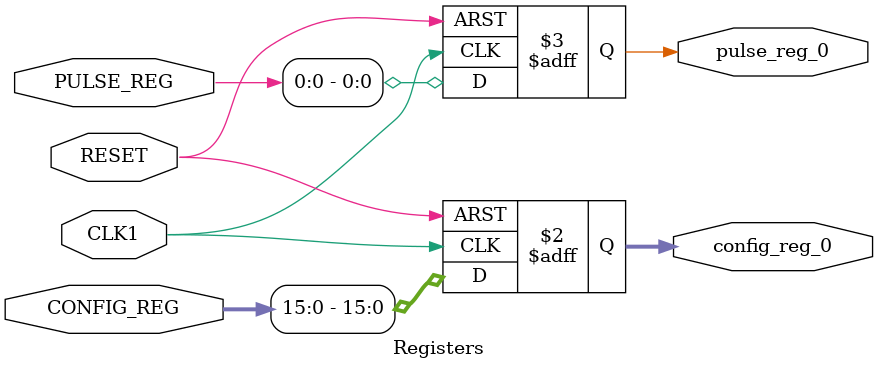
<source format=v>
`timescale 1ns / 1ps


module Registers(
    input [511:0] CONFIG_REG,
    input [15:0] PULSE_REG,
    input CLK1,
    input RESET,
    output reg [15:0] config_reg_0,
    output reg pulse_reg_0
    );
   
 always@(posedge CLK1 or posedge RESET)
  begin
   if(RESET)
    begin
    config_reg_0<=16'b0;
    pulse_reg_0<=1'b0;
    end
   else
    begin
    config_reg_0<=CONFIG_REG[15:0];
    pulse_reg_0<=PULSE_REG[0];
    end
  end
endmodule

</source>
